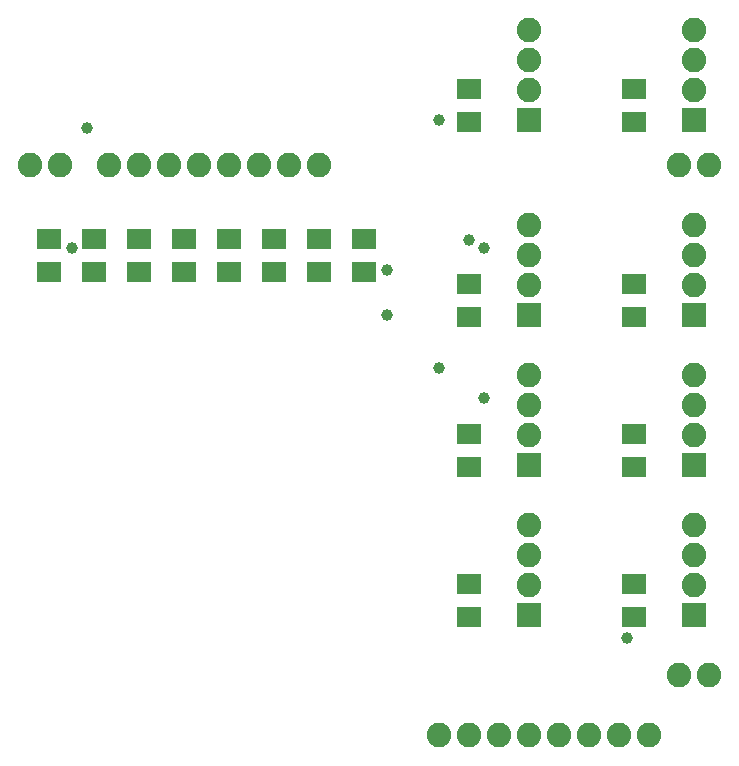
<source format=gts>
G75*
%MOIN*%
%OFA0B0*%
%FSLAX25Y25*%
%IPPOS*%
%LPD*%
%AMOC8*
5,1,8,0,0,1.08239X$1,22.5*
%
%ADD10R,0.08200X0.08200*%
%ADD11C,0.08200*%
%ADD12R,0.07887X0.07099*%
%ADD13C,0.03900*%
D10*
X0172900Y0051800D03*
X0172900Y0101800D03*
X0172900Y0151800D03*
X0227900Y0151800D03*
X0227900Y0101800D03*
X0227900Y0051800D03*
X0227900Y0216800D03*
X0172900Y0216800D03*
D11*
X0142900Y0011800D03*
X0152900Y0011800D03*
X0162900Y0011800D03*
X0172900Y0011800D03*
X0182900Y0011800D03*
X0192900Y0011800D03*
X0202900Y0011800D03*
X0212900Y0011800D03*
X0222900Y0031800D03*
X0232900Y0031800D03*
X0227900Y0061800D03*
X0227900Y0071800D03*
X0227900Y0081800D03*
X0227900Y0111800D03*
X0227900Y0121800D03*
X0227900Y0131800D03*
X0227900Y0161800D03*
X0227900Y0171800D03*
X0227900Y0181800D03*
X0222900Y0201800D03*
X0232900Y0201800D03*
X0227900Y0226800D03*
X0227900Y0236800D03*
X0227900Y0246800D03*
X0172900Y0246800D03*
X0172900Y0236800D03*
X0172900Y0226800D03*
X0172900Y0181800D03*
X0172900Y0171800D03*
X0172900Y0161800D03*
X0172900Y0131800D03*
X0172900Y0121800D03*
X0172900Y0111800D03*
X0172900Y0081800D03*
X0172900Y0071800D03*
X0172900Y0061800D03*
X0102900Y0201800D03*
X0092900Y0201800D03*
X0082900Y0201800D03*
X0072900Y0201800D03*
X0062900Y0201800D03*
X0052900Y0201800D03*
X0042900Y0201800D03*
X0032900Y0201800D03*
X0016400Y0201800D03*
X0006400Y0201800D03*
D12*
X0012900Y0177312D03*
X0012900Y0166288D03*
X0027900Y0166288D03*
X0027900Y0177312D03*
X0042900Y0177312D03*
X0042900Y0166288D03*
X0057900Y0166288D03*
X0057900Y0177312D03*
X0072900Y0177312D03*
X0072900Y0166288D03*
X0087900Y0166288D03*
X0087900Y0177312D03*
X0102900Y0177312D03*
X0102900Y0166288D03*
X0117900Y0166288D03*
X0117900Y0177312D03*
X0152900Y0162312D03*
X0152900Y0151288D03*
X0152900Y0112312D03*
X0152900Y0101288D03*
X0152900Y0062312D03*
X0152900Y0051288D03*
X0207900Y0051288D03*
X0207900Y0062312D03*
X0207900Y0101288D03*
X0207900Y0112312D03*
X0207900Y0151288D03*
X0207900Y0162312D03*
X0207900Y0216288D03*
X0207900Y0227312D03*
X0152900Y0227312D03*
X0152900Y0216288D03*
D13*
X0142900Y0216800D03*
X0152900Y0176800D03*
X0157900Y0174300D03*
X0125400Y0166800D03*
X0125400Y0151800D03*
X0142900Y0134300D03*
X0157900Y0124300D03*
X0205400Y0044300D03*
X0025400Y0214300D03*
X0020400Y0174300D03*
M02*

</source>
